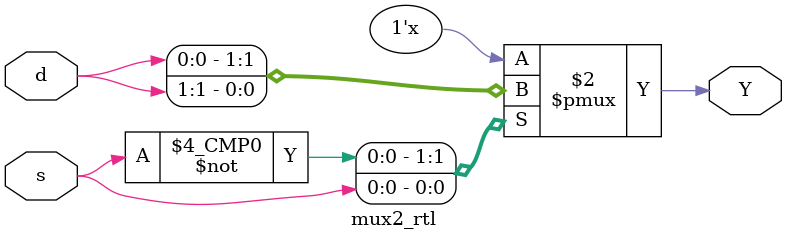
<source format=v>

module mux2_rtl(d,s,Y);
input [1:0]d ;
input  s;
output reg Y;

always @(*)
begin 
case (s)
1'b0 :Y=d[0];
1'b1 :Y=d[1];

endcase 
end
endmodule 

/*module mux2_rtl( d0, d1, s, out);
input wire d0, d1, s;
output reg out;

always @(d0 or d1 or s)
begin

if(s==1'b1) 
out= d1;
else
out=d0;

end

endmodule*/
</source>
